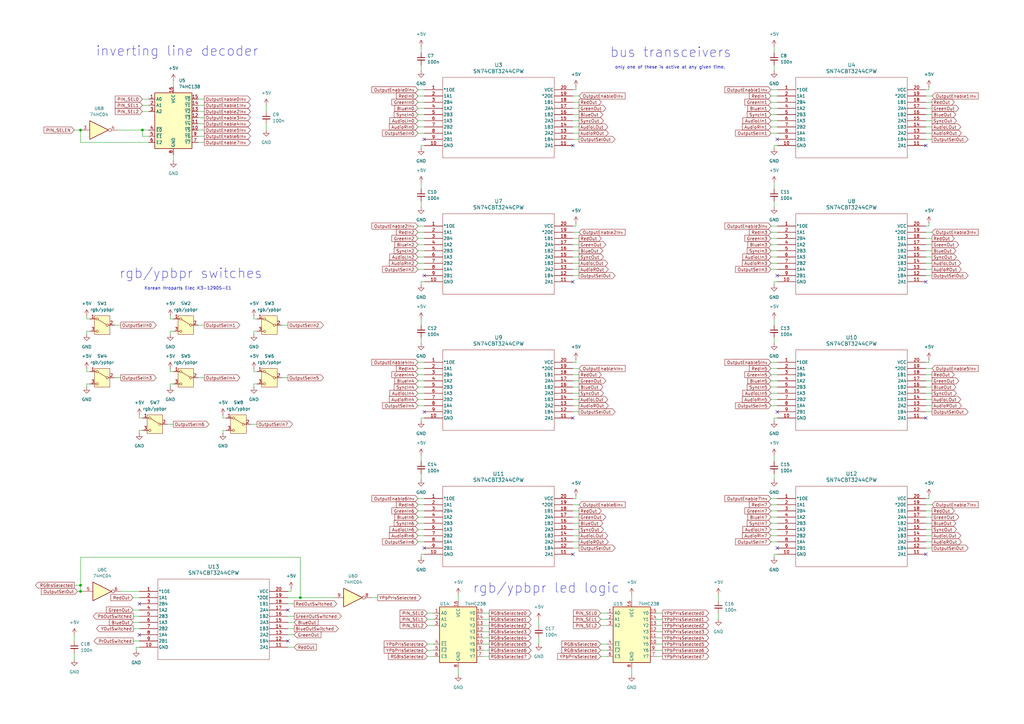
<source format=kicad_sch>
(kicad_sch (version 20231120) (generator "eeschema") (generator_version "8.0")
  (paper "A3")
  (title_block (title "MO-011 rgb switcher (main board)") (date "2025-01-21") (rev "v0.2"))
  (junction (at 33.02 242.57))
  (junction (at 123.19 245.11))
  (junction (at 33.02 53.34))
  (junction (at 58.42 53.34))
  (junction (at 33.02 240.03))
  (no_connect (at 118.11 250.19))
  (no_connect (at 318.77 224.79))
  (no_connect (at 318.77 57.15))
  (no_connect (at 234.95 59.69))
  (no_connect (at 379.73 227.33))
  (no_connect (at 173.99 113.03))
  (no_connect (at 379.73 115.57))
  (no_connect (at 234.95 171.45))
  (no_connect (at 57.15 260.35))
  (no_connect (at 234.95 115.57))
  (no_connect (at 173.99 57.15))
  (no_connect (at 379.73 59.69))
  (no_connect (at 379.73 171.45))
  (no_connect (at 318.77 168.91))
  (no_connect (at 118.11 262.89))
  (no_connect (at 318.77 113.03))
  (no_connect (at 57.15 247.65))
  (no_connect (at 234.95 227.33))
  (no_connect (at 173.99 224.79))
  (no_connect (at 173.99 168.91))
  (wire (pts (xy 71.12 135.89) (xy 69.85 135.89)))
  (wire (pts (xy 120.65 260.35) (xy 118.11 260.35)))
  (wire (pts (xy 379.73 156.21) (xy 382.27 156.21)))
  (wire (pts (xy 30.48 53.34) (xy 33.02 53.34)))
  (wire (pts (xy 118.11 247.65) (xy 120.65 247.65)))
  (wire (pts (xy 382.27 217.17) (xy 379.73 217.17)))
  (wire (pts (xy 316.23 54.61) (xy 318.77 54.61)))
  (wire (pts (xy 81.28 50.8) (xy 83.82 50.8)))
  (wire (pts (xy 316.23 214.63) (xy 318.77 214.63)))
  (wire (pts (xy 379.73 57.15) (xy 382.27 57.15)))
  (wire (pts (xy 316.23 166.37) (xy 318.77 166.37)))
  (wire (pts (xy 379.73 222.25) (xy 382.27 222.25)))
  (wire (pts (xy 316.23 46.99) (xy 318.77 46.99)))
  (wire (pts (xy 236.22 36.83) (xy 236.22 35.56)))
  (wire (pts (xy 71.12 33.02) (xy 71.12 35.56)))
  (wire (pts (xy 379.73 107.95) (xy 382.27 107.95)))
  (wire (pts (xy 57.15 176.53) (xy 57.15 177.8)))
  (wire (pts (xy 234.95 113.03) (xy 237.49 113.03)))
  (wire (pts (xy 171.45 105.41) (xy 173.99 105.41)))
  (wire (pts (xy 316.23 219.71) (xy 318.77 219.71)))
  (wire (pts (xy 104.14 135.89) (xy 104.14 137.16)))
  (wire (pts (xy 234.95 36.83) (xy 236.22 36.83)))
  (wire (pts (xy 57.15 265.43) (xy 55.88 265.43)))
  (wire (pts (xy 379.73 54.61) (xy 382.27 54.61)))
  (wire (pts (xy 316.23 212.09) (xy 318.77 212.09)))
  (wire (pts (xy 198.12 264.16) (xy 200.66 264.16)))
  (wire (pts (xy 316.23 217.17) (xy 318.77 217.17)))
  (wire (pts (xy 317.5 194.31) (xy 317.5 196.85)))
  (wire (pts (xy 237.49 214.63) (xy 234.95 214.63)))
  (wire (pts (xy 237.49 158.75) (xy 234.95 158.75)))
  (wire (pts (xy 173.99 171.45) (xy 172.72 171.45)))
  (wire (pts (xy 171.45 41.91) (xy 173.99 41.91)))
  (wire (pts (xy 104.14 157.48) (xy 104.14 158.75)))
  (wire (pts (xy 246.38 264.16) (xy 248.92 264.16)))
  (wire (pts (xy 379.73 153.67) (xy 382.27 153.67)))
  (wire (pts (xy 172.72 186.69) (xy 172.72 189.23)))
  (wire (pts (xy 36.83 130.81) (xy 35.56 130.81)))
  (wire (pts (xy 58.42 43.18) (xy 60.96 43.18)))
  (wire (pts (xy 173.99 36.83) (xy 171.45 36.83)))
  (wire (pts (xy 187.96 274.32) (xy 187.96 276.86)))
  (wire (pts (xy 318.77 227.33) (xy 317.5 227.33)))
  (wire (pts (xy 269.24 254) (xy 271.78 254)))
  (wire (pts (xy 318.77 115.57) (xy 317.5 115.57)))
  (wire (pts (xy 234.95 110.49) (xy 237.49 110.49)))
  (wire (pts (xy 234.95 44.45) (xy 237.49 44.45)))
  (wire (pts (xy 118.11 252.73) (xy 120.65 252.73)))
  (wire (pts (xy 317.5 19.05) (xy 317.5 21.59)))
  (wire (pts (xy 36.83 157.48) (xy 35.56 157.48)))
  (wire (pts (xy 57.15 262.89) (xy 54.61 262.89)))
  (wire (pts (xy 234.95 54.61) (xy 237.49 54.61)))
  (wire (pts (xy 382.27 214.63) (xy 379.73 214.63)))
  (wire (pts (xy 379.73 151.13) (xy 382.27 151.13)))
  (wire (pts (xy 246.38 251.46) (xy 248.92 251.46)))
  (wire (pts (xy 234.95 166.37) (xy 237.49 166.37)))
  (wire (pts (xy 379.73 92.71) (xy 381 92.71)))
  (wire (pts (xy 381 36.83) (xy 381 35.56)))
  (wire (pts (xy 237.49 49.53) (xy 234.95 49.53)))
  (wire (pts (xy 234.95 163.83) (xy 237.49 163.83)))
  (wire (pts (xy 91.44 176.53) (xy 91.44 177.8)))
  (wire (pts (xy 317.5 59.69) (xy 317.5 60.96)))
  (wire (pts (xy 379.73 95.25) (xy 382.27 95.25)))
  (wire (pts (xy 172.72 194.31) (xy 172.72 196.85)))
  (wire (pts (xy 234.95 57.15) (xy 237.49 57.15)))
  (wire (pts (xy 382.27 105.41) (xy 379.73 105.41)))
  (wire (pts (xy 109.22 50.8) (xy 109.22 53.34)))
  (wire (pts (xy 171.45 212.09) (xy 173.99 212.09)))
  (wire (pts (xy 234.95 107.95) (xy 237.49 107.95)))
  (wire (pts (xy 318.77 148.59) (xy 316.23 148.59)))
  (wire (pts (xy 317.5 138.43) (xy 317.5 140.97)))
  (wire (pts (xy 31.75 242.57) (xy 33.02 242.57)))
  (wire (pts (xy 171.45 163.83) (xy 173.99 163.83)))
  (wire (pts (xy 318.77 92.71) (xy 316.23 92.71)))
  (wire (pts (xy 318.77 171.45) (xy 317.5 171.45)))
  (wire (pts (xy 234.95 97.79) (xy 237.49 97.79)))
  (wire (pts (xy 220.98 261.62) (xy 220.98 264.16)))
  (wire (pts (xy 49.53 242.57) (xy 57.15 242.57)))
  (wire (pts (xy 316.23 110.49) (xy 318.77 110.49)))
  (wire (pts (xy 187.96 243.84) (xy 187.96 246.38)))
  (wire (pts (xy 317.5 82.55) (xy 317.5 85.09)))
  (wire (pts (xy 54.61 250.19) (xy 57.15 250.19)))
  (wire (pts (xy 269.24 251.46) (xy 271.78 251.46)))
  (wire (pts (xy 81.28 48.26) (xy 83.82 48.26)))
  (wire (pts (xy 171.45 52.07) (xy 173.99 52.07)))
  (wire (pts (xy 33.02 58.42) (xy 33.02 53.34)))
  (wire (pts (xy 171.45 44.45) (xy 173.99 44.45)))
  (wire (pts (xy 234.95 224.79) (xy 237.49 224.79)))
  (wire (pts (xy 58.42 176.53) (xy 57.15 176.53)))
  (wire (pts (xy 198.12 259.08) (xy 200.66 259.08)))
  (wire (pts (xy 382.27 158.75) (xy 379.73 158.75)))
  (wire (pts (xy 318.77 36.83) (xy 316.23 36.83)))
  (wire (pts (xy 317.5 74.93) (xy 317.5 77.47)))
  (wire (pts (xy 379.73 168.91) (xy 382.27 168.91)))
  (wire (pts (xy 379.73 204.47) (xy 381 204.47)))
  (wire (pts (xy 81.28 133.35) (xy 83.82 133.35)))
  (wire (pts (xy 234.95 100.33) (xy 237.49 100.33)))
  (wire (pts (xy 55.88 265.43) (xy 55.88 266.7)))
  (wire (pts (xy 237.49 217.17) (xy 234.95 217.17)))
  (wire (pts (xy 379.73 219.71) (xy 382.27 219.71)))
  (wire (pts (xy 379.73 163.83) (xy 382.27 163.83)))
  (wire (pts (xy 234.95 204.47) (xy 236.22 204.47)))
  (wire (pts (xy 104.14 152.4) (xy 104.14 151.13)))
  (wire (pts (xy 48.26 53.34) (xy 58.42 53.34)))
  (wire (pts (xy 381 148.59) (xy 381 147.32)))
  (wire (pts (xy 234.95 222.25) (xy 237.49 222.25)))
  (wire (pts (xy 152.4 245.11) (xy 154.94 245.11)))
  (wire (pts (xy 317.5 186.69) (xy 317.5 189.23)))
  (wire (pts (xy 171.45 217.17) (xy 173.99 217.17)))
  (wire (pts (xy 234.95 168.91) (xy 237.49 168.91)))
  (wire (pts (xy 115.57 154.94) (xy 118.11 154.94)))
  (wire (pts (xy 379.73 166.37) (xy 382.27 166.37)))
  (wire (pts (xy 123.19 245.11) (xy 123.19 228.6)))
  (wire (pts (xy 269.24 269.24) (xy 271.78 269.24)))
  (wire (pts (xy 198.12 269.24) (xy 200.66 269.24)))
  (wire (pts (xy 119.38 242.57) (xy 119.38 241.3)))
  (wire (pts (xy 317.5 227.33) (xy 317.5 228.6)))
  (wire (pts (xy 68.58 173.99) (xy 71.12 173.99)))
  (wire (pts (xy 36.83 152.4) (xy 35.56 152.4)))
  (wire (pts (xy 316.23 100.33) (xy 318.77 100.33)))
  (wire (pts (xy 381 92.71) (xy 381 91.44)))
  (wire (pts (xy 379.73 36.83) (xy 381 36.83)))
  (wire (pts (xy 318.77 59.69) (xy 317.5 59.69)))
  (wire (pts (xy 294.64 251.46) (xy 294.64 254)))
  (wire (pts (xy 379.73 212.09) (xy 382.27 212.09)))
  (wire (pts (xy 175.26 264.16) (xy 177.8 264.16)))
  (wire (pts (xy 234.95 151.13) (xy 237.49 151.13)))
  (wire (pts (xy 246.38 266.7) (xy 248.92 266.7)))
  (wire (pts (xy 234.95 41.91) (xy 237.49 41.91)))
  (wire (pts (xy 60.96 55.88) (xy 58.42 55.88)))
  (wire (pts (xy 171.45 49.53) (xy 173.99 49.53)))
  (wire (pts (xy 30.48 260.35) (xy 30.48 262.89)))
  (wire (pts (xy 120.65 255.27) (xy 118.11 255.27)))
  (wire (pts (xy 294.64 243.84) (xy 294.64 246.38)))
  (wire (pts (xy 316.23 222.25) (xy 318.77 222.25)))
  (wire (pts (xy 46.99 154.94) (xy 49.53 154.94)))
  (wire (pts (xy 172.72 82.55) (xy 172.72 85.09)))
  (wire (pts (xy 173.99 92.71) (xy 171.45 92.71)))
  (wire (pts (xy 71.12 130.81) (xy 69.85 130.81)))
  (wire (pts (xy 234.95 209.55) (xy 237.49 209.55)))
  (wire (pts (xy 171.45 107.95) (xy 173.99 107.95)))
  (wire (pts (xy 71.12 63.5) (xy 71.12 66.04)))
  (wire (pts (xy 234.95 39.37) (xy 237.49 39.37)))
  (wire (pts (xy 316.23 107.95) (xy 318.77 107.95)))
  (wire (pts (xy 30.48 267.97) (xy 30.48 270.51)))
  (wire (pts (xy 237.49 102.87) (xy 234.95 102.87)))
  (wire (pts (xy 234.95 52.07) (xy 237.49 52.07)))
  (wire (pts (xy 171.45 153.67) (xy 173.99 153.67)))
  (wire (pts (xy 57.15 252.73) (xy 54.61 252.73)))
  (wire (pts (xy 220.98 254) (xy 220.98 256.54)))
  (wire (pts (xy 269.24 259.08) (xy 271.78 259.08)))
  (wire (pts (xy 81.28 53.34) (xy 83.82 53.34)))
  (wire (pts (xy 198.12 261.62) (xy 200.66 261.62)))
  (wire (pts (xy 198.12 251.46) (xy 200.66 251.46)))
  (wire (pts (xy 175.26 254) (xy 177.8 254)))
  (wire (pts (xy 105.41 152.4) (xy 104.14 152.4)))
  (wire (pts (xy 105.41 130.81) (xy 104.14 130.81)))
  (wire (pts (xy 316.23 39.37) (xy 318.77 39.37)))
  (wire (pts (xy 171.45 110.49) (xy 173.99 110.49)))
  (wire (pts (xy 381 204.47) (xy 381 203.2)))
  (wire (pts (xy 57.15 257.81) (xy 54.61 257.81)))
  (wire (pts (xy 118.11 257.81) (xy 120.65 257.81)))
  (wire (pts (xy 105.41 157.48) (xy 104.14 157.48)))
  (wire (pts (xy 316.23 163.83) (xy 318.77 163.83)))
  (wire (pts (xy 60.96 58.42) (xy 33.02 58.42)))
  (wire (pts (xy 102.87 173.99) (xy 105.41 173.99)))
  (wire (pts (xy 316.23 161.29) (xy 318.77 161.29)))
  (wire (pts (xy 71.12 157.48) (xy 69.85 157.48)))
  (wire (pts (xy 172.72 171.45) (xy 172.72 172.72)))
  (wire (pts (xy 171.45 100.33) (xy 173.99 100.33)))
  (wire (pts (xy 171.45 156.21) (xy 173.99 156.21)))
  (wire (pts (xy 269.24 266.7) (xy 271.78 266.7)))
  (wire (pts (xy 172.72 59.69) (xy 172.72 60.96)))
  (wire (pts (xy 92.71 171.45) (xy 91.44 171.45)))
  (wire (pts (xy 379.73 113.03) (xy 382.27 113.03)))
  (wire (pts (xy 236.22 92.71) (xy 236.22 91.44)))
  (wire (pts (xy 234.95 156.21) (xy 237.49 156.21)))
  (wire (pts (xy 118.11 242.57) (xy 119.38 242.57)))
  (wire (pts (xy 171.45 95.25) (xy 173.99 95.25)))
  (wire (pts (xy 175.26 266.7) (xy 177.8 266.7)))
  (wire (pts (xy 198.12 266.7) (xy 200.66 266.7)))
  (wire (pts (xy 173.99 204.47) (xy 171.45 204.47)))
  (wire (pts (xy 379.73 110.49) (xy 382.27 110.49)))
  (wire (pts (xy 234.95 153.67) (xy 237.49 153.67)))
  (wire (pts (xy 172.72 227.33) (xy 172.72 228.6)))
  (wire (pts (xy 234.95 212.09) (xy 237.49 212.09)))
  (wire (pts (xy 69.85 157.48) (xy 69.85 158.75)))
  (wire (pts (xy 35.56 152.4) (xy 35.56 151.13)))
  (wire (pts (xy 58.42 53.34) (xy 60.96 53.34)))
  (wire (pts (xy 382.27 161.29) (xy 379.73 161.29)))
  (wire (pts (xy 58.42 45.72) (xy 60.96 45.72)))
  (wire (pts (xy 382.27 49.53) (xy 379.73 49.53)))
  (wire (pts (xy 69.85 135.89) (xy 69.85 137.16)))
  (wire (pts (xy 171.45 158.75) (xy 173.99 158.75)))
  (wire (pts (xy 81.28 55.88) (xy 83.82 55.88)))
  (wire (pts (xy 379.73 52.07) (xy 382.27 52.07)))
  (wire (pts (xy 175.26 251.46) (xy 177.8 251.46)))
  (wire (pts (xy 173.99 59.69) (xy 172.72 59.69)))
  (wire (pts (xy 171.45 219.71) (xy 173.99 219.71)))
  (wire (pts (xy 81.28 43.18) (xy 83.82 43.18)))
  (wire (pts (xy 175.26 269.24) (xy 177.8 269.24)))
  (wire (pts (xy 317.5 171.45) (xy 317.5 172.72)))
  (wire (pts (xy 33.02 242.57) (xy 34.29 242.57)))
  (wire (pts (xy 172.72 74.93) (xy 172.72 77.47)))
  (wire (pts (xy 269.24 261.62) (xy 271.78 261.62)))
  (wire (pts (xy 236.22 204.47) (xy 236.22 203.2)))
  (wire (pts (xy 120.65 265.43) (xy 118.11 265.43)))
  (wire (pts (xy 104.14 130.81) (xy 104.14 129.54)))
  (wire (pts (xy 105.41 135.89) (xy 104.14 135.89)))
  (wire (pts (xy 58.42 171.45) (xy 57.15 171.45)))
  (wire (pts (xy 317.5 115.57) (xy 317.5 116.84)))
  (wire (pts (xy 171.45 39.37) (xy 173.99 39.37)))
  (wire (pts (xy 237.49 161.29) (xy 234.95 161.29)))
  (wire (pts (xy 316.23 95.25) (xy 318.77 95.25)))
  (wire (pts (xy 379.73 39.37) (xy 382.27 39.37)))
  (wire (pts (xy 171.45 46.99) (xy 173.99 46.99)))
  (wire (pts (xy 118.11 245.11) (xy 123.19 245.11)))
  (wire (pts (xy 81.28 154.94) (xy 83.82 154.94)))
  (wire (pts (xy 172.72 115.57) (xy 172.72 116.84)))
  (wire (pts (xy 171.45 209.55) (xy 173.99 209.55)))
  (wire (pts (xy 246.38 254) (xy 248.92 254)))
  (wire (pts (xy 171.45 222.25) (xy 173.99 222.25)))
  (wire (pts (xy 109.22 43.18) (xy 109.22 45.72)))
  (wire (pts (xy 171.45 54.61) (xy 173.99 54.61)))
  (wire (pts (xy 316.23 102.87) (xy 318.77 102.87)))
  (wire (pts (xy 379.73 209.55) (xy 382.27 209.55)))
  (wire (pts (xy 379.73 207.01) (xy 382.27 207.01)))
  (wire (pts (xy 58.42 40.64) (xy 60.96 40.64)))
  (wire (pts (xy 317.5 26.67) (xy 317.5 29.21)))
  (wire (pts (xy 35.56 157.48) (xy 35.56 158.75)))
  (wire (pts (xy 316.23 41.91) (xy 318.77 41.91)))
  (wire (pts (xy 318.77 204.47) (xy 316.23 204.47)))
  (wire (pts (xy 316.23 52.07) (xy 318.77 52.07)))
  (wire (pts (xy 115.57 133.35) (xy 118.11 133.35)))
  (wire (pts (xy 171.45 166.37) (xy 173.99 166.37)))
  (wire (pts (xy 171.45 161.29) (xy 173.99 161.29)))
  (wire (pts (xy 58.42 55.88) (xy 58.42 53.34)))
  (wire (pts (xy 198.12 256.54) (xy 200.66 256.54)))
  (wire (pts (xy 92.71 176.53) (xy 91.44 176.53)))
  (wire (pts (xy 379.73 97.79) (xy 382.27 97.79)))
  (wire (pts (xy 316.23 156.21) (xy 318.77 156.21)))
  (wire (pts (xy 36.83 135.89) (xy 35.56 135.89)))
  (wire (pts (xy 33.02 228.6) (xy 33.02 240.03)))
  (wire (pts (xy 316.23 44.45) (xy 318.77 44.45)))
  (wire (pts (xy 35.56 135.89) (xy 35.56 137.16)))
  (wire (pts (xy 316.23 153.67) (xy 318.77 153.67)))
  (wire (pts (xy 171.45 214.63) (xy 173.99 214.63)))
  (wire (pts (xy 259.08 243.84) (xy 259.08 246.38)))
  (wire (pts (xy 71.12 152.4) (xy 69.85 152.4)))
  (wire (pts (xy 33.02 240.03) (xy 33.02 242.57)))
  (wire (pts (xy 173.99 227.33) (xy 172.72 227.33)))
  (wire (pts (xy 172.72 138.43) (xy 172.72 140.97)))
  (wire (pts (xy 57.15 171.45) (xy 57.15 170.18)))
  (wire (pts (xy 69.85 130.81) (xy 69.85 129.54)))
  (wire (pts (xy 259.08 274.32) (xy 259.08 276.86)))
  (wire (pts (xy 234.95 207.01) (xy 237.49 207.01)))
  (wire (pts (xy 171.45 102.87) (xy 173.99 102.87)))
  (wire (pts (xy 69.85 152.4) (xy 69.85 151.13)))
  (wire (pts (xy 171.45 151.13) (xy 173.99 151.13)))
  (wire (pts (xy 172.72 130.81) (xy 172.72 133.35)))
  (wire (pts (xy 91.44 171.45) (xy 91.44 170.18)))
  (wire (pts (xy 316.23 49.53) (xy 318.77 49.53)))
  (wire (pts (xy 234.95 219.71) (xy 237.49 219.71)))
  (wire (pts (xy 234.95 148.59) (xy 236.22 148.59)))
  (wire (pts (xy 379.73 100.33) (xy 382.27 100.33)))
  (wire (pts (xy 379.73 44.45) (xy 382.27 44.45)))
  (wire (pts (xy 316.23 207.01) (xy 318.77 207.01)))
  (wire (pts (xy 172.72 26.67) (xy 172.72 29.21)))
  (wire (pts (xy 316.23 209.55) (xy 318.77 209.55)))
  (wire (pts (xy 316.23 105.41) (xy 318.77 105.41)))
  (wire (pts (xy 246.38 269.24) (xy 248.92 269.24)))
  (wire (pts (xy 234.95 92.71) (xy 236.22 92.71)))
  (wire (pts (xy 173.99 115.57) (xy 172.72 115.57)))
  (wire (pts (xy 46.99 133.35) (xy 49.53 133.35)))
  (wire (pts (xy 237.49 105.41) (xy 234.95 105.41)))
  (wire (pts (xy 81.28 40.64) (xy 83.82 40.64)))
  (wire (pts (xy 81.28 58.42) (xy 83.82 58.42)))
  (wire (pts (xy 198.12 254) (xy 200.66 254)))
  (wire (pts (xy 269.24 256.54) (xy 271.78 256.54)))
  (wire (pts (xy 316.23 97.79) (xy 318.77 97.79)))
  (wire (pts (xy 123.19 228.6) (xy 33.02 228.6)))
  (wire (pts (xy 379.73 148.59) (xy 381 148.59)))
  (wire (pts (xy 269.24 264.16) (xy 271.78 264.16)))
  (wire (pts (xy 172.72 19.05) (xy 172.72 21.59)))
  (wire (pts (xy 237.49 46.99) (xy 234.95 46.99)))
  (wire (pts (xy 54.61 255.27) (xy 57.15 255.27)))
  (wire (pts (xy 81.28 45.72) (xy 83.82 45.72)))
  (wire (pts (xy 382.27 102.87) (xy 379.73 102.87)))
  (wire (pts (xy 35.56 130.81) (xy 35.56 129.54)))
  (wire (pts (xy 382.27 46.99) (xy 379.73 46.99)))
  (wire (pts (xy 234.95 95.25) (xy 237.49 95.25)))
  (wire (pts (xy 246.38 256.54) (xy 248.92 256.54)))
  (wire (pts (xy 317.5 130.81) (xy 317.5 133.35)))
  (wire (pts (xy 379.73 41.91) (xy 382.27 41.91)))
  (wire (pts (xy 171.45 207.01) (xy 173.99 207.01)))
  (wire (pts (xy 171.45 97.79) (xy 173.99 97.79)))
  (wire (pts (xy 379.73 224.79) (xy 382.27 224.79)))
  (wire (pts (xy 316.23 151.13) (xy 318.77 151.13)))
  (wire (pts (xy 30.48 240.03) (xy 33.02 240.03)))
  (wire (pts (xy 54.61 245.11) (xy 57.15 245.11)))
  (wire (pts (xy 236.22 148.59) (xy 236.22 147.32)))
  (wire (pts (xy 316.23 158.75) (xy 318.77 158.75)))
  (wire (pts (xy 173.99 148.59) (xy 171.45 148.59)))
  (wire (pts (xy 123.19 245.11) (xy 137.16 245.11)))
  (wire (pts (xy 175.26 256.54) (xy 177.8 256.54)))
  (text "inverting line decoder" (at 72.644 21.082 0) (effects (font (size 4 4))))
  (text "rgb/ypbpr led logic" (at 224.028 241.3 0) (effects (font (size 4 4))))
  (text "bus transceivers" (at 275.082 21.59 0) (effects (font (size 4 4))))
  (text "Korean Hroparts Elec K3-1290S-E1" (at 59.182 118.364 0) (effects (font (size 1.27 1.27)) (justify left)))
  (text "rgb/ypbpr switches" (at 78.232 112.268 0) (effects (font (size 4 4))))
  (text "only one of these is active at any given time." (at 252.222 27.686 0) (effects (font (size 1.27 1.27)) (justify left)))
  (global_label "SyncIn7" (shape input) (at 316.23 214.63 180) (property "Intersheetrefs" "${INTERSHEET_REFS}" (effects (hide yes))))
  (global_label "PrOutSwitched" (shape output) (at 54.61 262.89 180) (property "Intersheetrefs" "${INTERSHEET_REFS}" (effects (hide yes))))
  (global_label "PIN_SEL1" (shape input) (at 175.26 254 180) (property "Intersheetrefs" "${INTERSHEET_REFS}" (effects (hide yes))))
  (global_label "AudioRIn6" (shape input) (at 171.45 219.71 180) (property "Intersheetrefs" "${INTERSHEET_REFS}" (effects (hide yes))))
  (global_label "PIN_SEL2" (shape input) (at 175.26 256.54 180) (property "Intersheetrefs" "${INTERSHEET_REFS}" (effects (hide yes))))
  (global_label "RedIn2" (shape input) (at 171.45 95.25 180) (property "Intersheetrefs" "${INTERSHEET_REFS}" (effects (hide yes))))
  (global_label "YPbPrIsSelected6" (shape output) (at 271.78 266.7 0) (property "Intersheetrefs" "${INTERSHEET_REFS}" (effects (hide yes))))
  (global_label "AudioLIn4" (shape input) (at 171.45 161.29 180) (property "Intersheetrefs" "${INTERSHEET_REFS}" (effects (hide yes))))
  (global_label "RedIn0" (shape input) (at 171.45 39.37 180) (property "Intersheetrefs" "${INTERSHEET_REFS}" (effects (hide yes))))
  (global_label "AudioLOut" (shape output) (at 382.27 107.95 0) (property "Intersheetrefs" "${INTERSHEET_REFS}" (effects (hide yes))))
  (global_label "AudioLIn7" (shape input) (at 316.23 217.17 180) (property "Intersheetrefs" "${INTERSHEET_REFS}" (effects (hide yes))))
  (global_label "YPbPrIsSelected3" (shape output) (at 271.78 259.08 0) (property "Intersheetrefs" "${INTERSHEET_REFS}" (effects (hide yes))))
  (global_label "OutputSelIn6" (shape output) (at 71.12 173.99 0) (property "Intersheetrefs" "${INTERSHEET_REFS}" (effects (hide yes))))
  (global_label "RedIn3" (shape input) (at 316.23 95.25 180) (property "Intersheetrefs" "${INTERSHEET_REFS}" (effects (hide yes))))
  (global_label "OutputEnable3Inv" (shape input) (at 316.23 92.71 180) (property "Intersheetrefs" "${INTERSHEET_REFS}" (effects (hide yes))))
  (global_label "SyncIn3" (shape input) (at 316.23 102.87 180) (property "Intersheetrefs" "${INTERSHEET_REFS}" (effects (hide yes))))
  (global_label "BlueIn0" (shape input) (at 171.45 44.45 180) (property "Intersheetrefs" "${INTERSHEET_REFS}" (effects (hide yes))))
  (global_label "RGBIsSelected" (shape input) (at 175.26 269.24 180) (property "Intersheetrefs" "${INTERSHEET_REFS}" (effects (hide yes))))
  (global_label "RGBIsSelected" (shape input) (at 246.38 264.16 180) (property "Intersheetrefs" "${INTERSHEET_REFS}" (effects (hide yes))))
  (global_label "AudioRIn7" (shape input) (at 316.23 219.71 180) (property "Intersheetrefs" "${INTERSHEET_REFS}" (effects (hide yes))))
  (global_label "BlueOut" (shape input) (at 54.61 255.27 180) (property "Intersheetrefs" "${INTERSHEET_REFS}" (effects (hide yes))))
  (global_label "AudioLOut" (shape output) (at 382.27 219.71 0) (property "Intersheetrefs" "${INTERSHEET_REFS}" (effects (hide yes))))
  (global_label "OutputEnable6Inv" (shape input) (at 237.49 207.01 0) (property "Intersheetrefs" "${INTERSHEET_REFS}" (effects (hide yes))))
  (global_label "RGBIsSelected7" (shape output) (at 200.66 269.24 0) (property "Intersheetrefs" "${INTERSHEET_REFS}" (effects (hide yes))))
  (global_label "PIN_SEL1" (shape input) (at 58.42 43.18 180) (property "Intersheetrefs" "${INTERSHEET_REFS}" (effects (hide yes))))
  (global_label "OutputSelIn1" (shape output) (at 83.82 133.35 0) (property "Intersheetrefs" "${INTERSHEET_REFS}" (effects (hide yes))))
  (global_label "PIN_SEL1" (shape input) (at 246.38 254 180) (property "Intersheetrefs" "${INTERSHEET_REFS}" (effects (hide yes))))
  (global_label "BlueIn6" (shape input) (at 171.45 212.09 180) (property "Intersheetrefs" "${INTERSHEET_REFS}" (effects (hide yes))))
  (global_label "OutputSelIn5" (shape output) (at 118.11 154.94 0) (property "Intersheetrefs" "${INTERSHEET_REFS}" (effects (hide yes))))
  (global_label "GreenOut" (shape output) (at 237.49 100.33 0) (property "Intersheetrefs" "${INTERSHEET_REFS}" (effects (hide yes))))
  (global_label "AudioLIn3" (shape input) (at 316.23 105.41 180) (property "Intersheetrefs" "${INTERSHEET_REFS}" (effects (hide yes))))
  (global_label "OutputEnable3Inv" (shape output) (at 83.82 48.26 0) (property "Intersheetrefs" "${INTERSHEET_REFS}" (effects (hide yes))))
  (global_label "RedIn7" (shape input) (at 316.23 207.01 180) (property "Intersheetrefs" "${INTERSHEET_REFS}" (effects (hide yes))))
  (global_label "AudioRIn0" (shape input) (at 171.45 52.07 180) (property "Intersheetrefs" "${INTERSHEET_REFS}" (effects (hide yes))))
  (global_label "RedOut" (shape output) (at 237.49 209.55 0) (property "Intersheetrefs" "${INTERSHEET_REFS}" (effects (hide yes))))
  (global_label "PbOutSwitched" (shape output) (at 54.61 252.73 180) (property "Intersheetrefs" "${INTERSHEET_REFS}" (effects (hide yes))))
  (global_label "RGBIsSelected" (shape input) (at 246.38 266.7 180) (property "Intersheetrefs" "${INTERSHEET_REFS}" (effects (hide yes))))
  (global_label "AudioLIn1" (shape input) (at 316.23 49.53 180) (property "Intersheetrefs" "${INTERSHEET_REFS}" (effects (hide yes))))
  (global_label "SyncIn5" (shape input) (at 316.23 158.75 180) (property "Intersheetrefs" "${INTERSHEET_REFS}" (effects (hide yes))))
  (global_label "OutputSelOut" (shape output) (at 237.49 224.79 0) (property "Intersheetrefs" "${INTERSHEET_REFS}" (effects (hide yes))))
  (global_label "AudioROut" (shape output) (at 382.27 166.37 0) (property "Intersheetrefs" "${INTERSHEET_REFS}" (effects (hide yes))))
  (global_label "OutputEnable5Inv" (shape input) (at 382.27 151.13 0) (property "Intersheetrefs" "${INTERSHEET_REFS}" (effects (hide yes))))
  (global_label "SyncIn6" (shape input) (at 171.45 214.63 180) (property "Intersheetrefs" "${INTERSHEET_REFS}" (effects (hide yes))))
  (global_label "OutputSelIn7" (shape output) (at 105.41 173.99 0) (property "Intersheetrefs" "${INTERSHEET_REFS}" (effects (hide yes))))
  (global_label "OutputSelOut" (shape output) (at 237.49 113.03 0) (property "Intersheetrefs" "${INTERSHEET_REFS}" (effects (hide yes))))
  (global_label "RedIn1" (shape input) (at 316.23 39.37 180) (property "Intersheetrefs" "${INTERSHEET_REFS}" (effects (hide yes))))
  (global_label "RGBIsSelected4" (shape output) (at 200.66 261.62 0) (property "Intersheetrefs" "${INTERSHEET_REFS}" (effects (hide yes))))
  (global_label "SyncIn1" (shape input) (at 316.23 46.99 180) (property "Intersheetrefs" "${INTERSHEET_REFS}" (effects (hide yes))))
  (global_label "OutputEnable1Inv" (shape input) (at 316.23 36.83 180) (property "Intersheetrefs" "${INTERSHEET_REFS}" (effects (hide yes))))
  (global_label "RedOut" (shape output) (at 382.27 41.91 0) (property "Intersheetrefs" "${INTERSHEET_REFS}" (effects (hide yes))))
  (global_label "AudioROut" (shape output) (at 237.49 54.61 0) (property "Intersheetrefs" "${INTERSHEET_REFS}" (effects (hide yes))))
  (global_label "AudioRIn5" (shape input) (at 316.23 163.83 180) (property "Intersheetrefs" "${INTERSHEET_REFS}" (effects (hide yes))))
  (global_label "GreenOutSwitched" (shape output) (at 120.65 252.73 0) (property "Intersheetrefs" "${INTERSHEET_REFS}" (effects (hide yes))))
  (global_label "OutputEnable7Inv" (shape input) (at 382.27 207.01 0) (property "Intersheetrefs" "${INTERSHEET_REFS}" (effects (hide yes))))
  (global_label "GreenIn5" (shape input) (at 316.23 153.67 180) (property "Intersheetrefs" "${INTERSHEET_REFS}" (effects (hide yes))))
  (global_label "GreenIn4" (shape input) (at 171.45 153.67 180) (property "Intersheetrefs" "${INTERSHEET_REFS}" (effects (hide yes))))
  (global_label "GreenOut" (shape input) (at 54.61 250.19 180) (property "Intersheetrefs" "${INTERSHEET_REFS}" (effects (hide yes))))
  (global_label "SyncOut" (shape output) (at 382.27 105.41 0) (property "Intersheetrefs" "${INTERSHEET_REFS}" (effects (hide yes))))
  (global_label "BlueOut" (shape output) (at 382.27 158.75 0) (property "Intersheetrefs" "${INTERSHEET_REFS}" (effects (hide yes))))
  (global_label "OutputEnable0Inv" (shape input) (at 237.49 39.37 0) (property "Intersheetrefs" "${INTERSHEET_REFS}" (effects (hide yes))))
  (global_label "OutputEnable2Inv" (shape input) (at 237.49 95.25 0) (property "Intersheetrefs" "${INTERSHEET_REFS}" (effects (hide yes))))
  (global_label "PIN_SEL2" (shape input) (at 58.42 45.72 180) (property "Intersheetrefs" "${INTERSHEET_REFS}" (effects (hide yes))))
  (global_label "SyncOut" (shape output) (at 237.49 105.41 0) (property "Intersheetrefs" "${INTERSHEET_REFS}" (effects (hide yes))))
  (global_label "YPbPrIsSelected5" (shape output) (at 271.78 264.16 0) (property "Intersheetrefs" "${INTERSHEET_REFS}" (effects (hide yes))))
  (global_label "RedOut" (shape output) (at 382.27 153.67 0) (property "Intersheetrefs" "${INTERSHEET_REFS}" (effects (hide yes))))
  (global_label "RedOutSwitched" (shape output) (at 120.65 247.65 0) (property "Intersheetrefs" "${INTERSHEET_REFS}" (effects (hide yes))))
  (global_label "OutputSelIn2" (shape output) (at 118.11 133.35 0) (property "Intersheetrefs" "${INTERSHEET_REFS}" (effects (hide yes))))
  (global_label "OutputEnable1Inv" (shape input) (at 382.27 39.37 0) (property "Intersheetrefs" "${INTERSHEET_REFS}" (effects (hide yes))))
  (global_label "OutputSelIn1" (shape input) (at 316.23 54.61 180) (property "Intersheetrefs" "${INTERSHEET_REFS}" (effects (hide yes))))
  (global_label "GreenIn1" (shape input) (at 316.23 41.91 180) (property "Intersheetrefs" "${INTERSHEET_REFS}" (effects (hide yes))))
  (global_label "RGBIsSelected6" (shape output) (at 200.66 266.7 0) (property "Intersheetrefs" "${INTERSHEET_REFS}" (effects (hide yes))))
  (global_label "GreenOut" (shape input) (at 120.65 260.35 0) (property "Intersheetrefs" "${INTERSHEET_REFS}" (effects (hide yes))))
  (global_label "OutputEnable4Inv" (shape input) (at 171.45 148.59 180) (property "Intersheetrefs" "${INTERSHEET_REFS}" (effects (hide yes))))
  (global_label "AudioROut" (shape output) (at 382.27 110.49 0) (property "Intersheetrefs" "${INTERSHEET_REFS}" (effects (hide yes))))
  (global_label "AudioLIn5" (shape input) (at 316.23 161.29 180) (property "Intersheetrefs" "${INTERSHEET_REFS}" (effects (hide yes))))
  (global_label "GreenIn7" (shape input) (at 316.23 209.55 180) (property "Intersheetrefs" "${INTERSHEET_REFS}" (effects (hide yes))))
  (global_label "GreenIn6" (shape input) (at 171.45 209.55 180) (property "Intersheetrefs" "${INTERSHEET_REFS}" (effects (hide yes))))
  (global_label "RedOut" (shape output) (at 382.27 97.79 0) (property "Intersheetrefs" "${INTERSHEET_REFS}" (effects (hide yes))))
  (global_label "RedOut" (shape output) (at 382.27 209.55 0) (property "Intersheetrefs" "${INTERSHEET_REFS}" (effects (hide yes))))
  (global_label "OutputSelOut" (shape output) (at 382.27 113.03 0) (property "Intersheetrefs" "${INTERSHEET_REFS}" (effects (hide yes))))
  (global_label "PIN_SEL0" (shape input) (at 58.42 40.64 180) (property "Intersheetrefs" "${INTERSHEET_REFS}" (effects (hide yes))))
  (global_label "OutputEnable5Inv" (shape input) (at 316.23 148.59 180) (property "Intersheetrefs" "${INTERSHEET_REFS}" (effects (hide yes))))
  (global_label "OutputEnable4Inv" (shape input) (at 237.49 151.13 0) (property "Intersheetrefs" "${INTERSHEET_REFS}" (effects (hide yes))))
  (global_label "AudioLOut" (shape output) (at 382.27 163.83 0) (property "Intersheetrefs" "${INTERSHEET_REFS}" (effects (hide yes))))
  (global_label "OutputEnable2Inv" (shape output) (at 83.82 45.72 0) (property "Intersheetrefs" "${INTERSHEET_REFS}" (effects (hide yes))))
  (global_label "OutputEnable4Inv" (shape output) (at 83.82 50.8 0) (property "Intersheetrefs" "${INTERSHEET_REFS}" (effects (hide yes))))
  (global_label "BlueOut" (shape output) (at 382.27 46.99 0) (property "Intersheetrefs" "${INTERSHEET_REFS}" (effects (hide yes))))
  (global_label "BlueOut" (shape output) (at 237.49 46.99 0) (property "Intersheetrefs" "${INTERSHEET_REFS}" (effects (hide yes))))
  (global_label "AudioLIn0" (shape input) (at 171.45 49.53 180) (property "Intersheetrefs" "${INTERSHEET_REFS}" (effects (hide yes))))
  (global_label "GreenOut" (shape output) (at 382.27 156.21 0) (property "Intersheetrefs" "${INTERSHEET_REFS}" (effects (hide yes))))
  (global_label "AudioROut" (shape output) (at 237.49 110.49 0) (property "Intersheetrefs" "${INTERSHEET_REFS}" (effects (hide yes))))
  (global_label "AudioRIn4" (shape input) (at 171.45 163.83 180) (property "Intersheetrefs" "${INTERSHEET_REFS}" (effects (hide yes))))
  (global_label "OutputSelOut" (shape output) (at 382.27 168.91 0) (property "Intersheetrefs" "${INTERSHEET_REFS}" (effects (hide yes))))
  (global_label "BlueOut" (shape input) (at 120.65 255.27 0) (property "Intersheetrefs" "${INTERSHEET_REFS}" (effects (hide yes))))
  (global_label "OutputEnable2Inv" (shape input) (at 171.45 92.71 180) (property "Intersheetrefs" "${INTERSHEET_REFS}" (effects (hide yes))))
  (global_label "OutputEnable7Inv" (shape output) (at 83.82 58.42 0) (property "Intersheetrefs" "${INTERSHEET_REFS}" (effects (hide yes))))
  (global_label "RGBIsSelected3" (shape output) (at 200.66 259.08 0) (property "Intersheetrefs" "${INTERSHEET_REFS}" (effects (hide yes))))
  (global_label "RGBIsSelected5" (shape output) (at 200.66 264.16 0) (property "Intersheetrefs" "${INTERSHEET_REFS}" (effects (hide yes))))
  (global_label "BlueOut" (shape output) (at 237.49 158.75 0) (property "Intersheetrefs" "${INTERSHEET_REFS}" (effects (hide yes))))
  (global_label "SyncIn4" (shape input) (at 171.45 158.75 180) (property "Intersheetrefs" "${INTERSHEET_REFS}" (effects (hide yes))))
  (global_label "SyncOut" (shape output) (at 382.27 161.29 0) (property "Intersheetrefs" "${INTERSHEET_REFS}" (effects (hide yes))))
  (global_label "GreenIn2" (shape input) (at 171.45 97.79 180) (property "Intersheetrefs" "${INTERSHEET_REFS}" (effects (hide yes))))
  (global_label "GreenOut" (shape output) (at 237.49 44.45 0) (property "Intersheetrefs" "${INTERSHEET_REFS}" (effects (hide yes))))
  (global_label "RGBIsSelected2" (shape output) (at 200.66 256.54 0) (property "Intersheetrefs" "${INTERSHEET_REFS}" (effects (hide yes))))
  (global_label "OutputSelIn4" (shape input) (at 171.45 166.37 180) (property "Intersheetrefs" "${INTERSHEET_REFS}" (effects (hide yes))))
  (global_label "SyncIn2" (shape input) (at 171.45 102.87 180) (property "Intersheetrefs" "${INTERSHEET_REFS}" (effects (hide yes))))
  (global_label "RedIn6" (shape input) (at 171.45 207.01 180) (property "Intersheetrefs" "${INTERSHEET_REFS}" (effects (hide yes))))
  (global_label "GreenOut" (shape output) (at 237.49 156.21 0) (property "Intersheetrefs" "${INTERSHEET_REFS}" (effects (hide yes))))
  (global_label "AudioROut" (shape output) (at 382.27 222.25 0) (property "Intersheetrefs" "${INTERSHEET_REFS}" (effects (hide yes))))
  (global_label "OutputEnable3Inv" (shape input) (at 382.27 95.25 0) (property "Intersheetrefs" "${INTERSHEET_REFS}" (effects (hide yes))))
  (global_label "OutputSelIn5" (shape input) (at 316.23 166.37 180) (property "Intersheetrefs" "${INTERSHEET_REFS}" (effects (hide yes))))
  (global_label "AudioRIn3" (shape input) (at 316.23 107.95 180) (property "Intersheetrefs" "${INTERSHEET_REFS}" (effects (hide yes))))
  (global_label "OutputEnable0Inv" (shape output) (at 83.82 40.64 0) (property "Intersheetrefs" "${INTERSHEET_REFS}" (effects (hide yes))))
  (global_label "BlueIn4" (shape input) (at 171.45 156.21 180) (property "Intersheetrefs" "${INTERSHEET_REFS}" (effects (hide yes))))
  (global_label "AudioLOut" (shape output) (at 237.49 107.95 0) (property "Intersheetrefs" "${INTERSHEET_REFS}" (effects (hide yes))))
  (global_label "AudioROut" (shape output) (at 237.49 222.25 0) (property "Intersheetrefs" "${INTERSHEET_REFS}" (effects (hide yes))))
  (global_label "PIN_SEL0" (shape input) (at 175.26 251.46 180) (property "Intersheetrefs" "${INTERSHEET_REFS}" (effects (hide yes))))
  (global_label "BlueOutSwitched" (shape output) (at 120.65 257.81 0) (property "Intersheetrefs" "${INTERSHEET_REFS}" (effects (hide yes))))
  (global_label "OutputEnable7Inv" (shape input) (at 316.23 204.47 180) (property "Intersheetrefs" "${INTERSHEET_REFS}" (effects (hide yes))))
  (global_label "AudioLOut" (shape output) (at 237.49 52.07 0) (property "Intersheetrefs" "${INTERSHEET_REFS}" (effects (hide yes))))
  (global_label "RGBIsSelected" (shape output) (at 30.48 240.03 180) (property "Intersheetrefs" "${INTERSHEET_REFS}" (effects (hide yes))))
  (global_label "YPbPrIsSelected2" (shape output) (at 271.78 256.54 0) (property "Intersheetrefs" "${INTERSHEET_REFS}" (effects (hide yes))))
  (global_label "OutputSelIn7" (shape input) (at 316.23 222.25 180) (property "Intersheetrefs" "${INTERSHEET_REFS}" (effects (hide yes))))
  (global_label "OutputSelIn6" (shape input) (at 171.45 222.25 180) (property "Intersheetrefs" "${INTERSHEET_REFS}" (effects (hide yes))))
  (global_label "YPbPrIsSelected" (shape input) (at 175.26 264.16 180) (property "Intersheetrefs" "${INTERSHEET_REFS}" (effects (hide yes))))
  (global_label "PIN_SEL0" (shape input) (at 246.38 251.46 180) (property "Intersheetrefs" "${INTERSHEET_REFS}" (effects (hide yes))))
  (global_label "GreenIn0" (shape input) (at 171.45 41.91 180) (property "Intersheetrefs" "${INTERSHEET_REFS}" (effects (hide yes))))
  (global_label "RedIn4" (shape input) (at 171.45 151.13 180) (property "Intersheetrefs" "${INTERSHEET_REFS}" (effects (hide yes))))
  (global_label "GreenIn3" (shape input) (at 316.23 97.79 180) (property "Intersheetrefs" "${INTERSHEET_REFS}" (effects (hide yes))))
  (global_label "OutputEnable6Inv" (shape input) (at 171.45 204.47 180) (property "Intersheetrefs" "${INTERSHEET_REFS}" (effects (hide yes))))
  (global_label "OutputSelOut" (shape output) (at 382.27 224.79 0) (property "Intersheetrefs" "${INTERSHEET_REFS}" (effects (hide yes))))
  (global_label "RedOut" (shape output) (at 237.49 153.67 0) (property "Intersheetrefs" "${INTERSHEET_REFS}" (effects (hide yes))))
  (global_label "YPbPrIsSelected0" (shape output) (at 271.78 251.46 0) (property "Intersheetrefs" "${INTERSHEET_REFS}" (effects (hide yes))))
  (global_label "AudioLIn6" (shape input) (at 171.45 217.17 180) (property "Intersheetrefs" "${INTERSHEET_REFS}" (effects (hide yes))))
  (global_label "RedOut" (shape output) (at 237.49 97.79 0) (property "Intersheetrefs" "${INTERSHEET_REFS}" (effects (hide yes))))
  (global_label "AudioLOut" (shape output) (at 237.49 219.71 0) (property "Intersheetrefs" "${INTERSHEET_REFS}" (effects (hide yes))))
  (global_label "AudioLOut" (shape output) (at 382.27 52.07 0) (property "Intersheetrefs" "${INTERSHEET_REFS}" (effects (hide yes))))
  (global_label "BlueOut" (shape output) (at 237.49 102.87 0) (property "Intersheetrefs" "${INTERSHEET_REFS}" (effects (hide yes))))
  (global_label "OutputSelIn4" (shape output) (at 83.82 154.94 0) (property "Intersheetrefs" "${INTERSHEET_REFS}" (effects (hide yes))))
  (global_label "YOutSwitched" (shape output) (at 54.61 257.81 180) (property "Intersheetrefs" "${INTERSHEET_REFS}" (effects (hide yes))))
  (global_label "SyncIn0" (shape input) (at 171.45 46.99 180) (property "Intersheetrefs" "${INTERSHEET_REFS}" (effects (hide yes))))
  (global_label "SyncOut" (shape output) (at 237.49 161.29 0) (property "Intersheetrefs" "${INTERSHEET_REFS}" (effects (hide yes))))
  (global_label "GreenOut" (shape output) (at 382.27 44.45 0) (property "Intersheetrefs" "${INTERSHEET_REFS}" (effects (hide yes))))
  (global_label "SyncOut" (shape output) (at 382.27 49.53 0) (property "Intersheetrefs" "${INTERSHEET_REFS}" (effects (hide yes))))
  (global_label "BlueOut" (shape output) (at 237.49 214.63 0) (property "Intersheetrefs" "${INTERSHEET_REFS}" (effects (hide yes))))
  (global_label "AudioRIn2" (shape input) (at 171.45 107.95 180) (property "Intersheetrefs" "${INTERSHEET_REFS}" (effects (hide yes))))
  (global_label "SyncOut" (shape output) (at 237.49 217.17 0) (property "Intersheetrefs" "${INTERSHEET_REFS}" (effects (hide yes))))
  (global_label "PIN_SEL2" (shape input) (at 246.38 256.54 180) (property "Intersheetrefs" "${INTERSHEET_REFS}" (effects (hide yes))))
  (global_label "OutputSelIn0" (shape output) (at 49.53 133.35 0) (property "Intersheetrefs" "${INTERSHEET_REFS}" (effects (hide yes))))
  (global_label "YPbPrIsSelected4" (shape output) (at 271.78 261.62 0) (property "Intersheetrefs" "${INTERSHEET_REFS}" (effects (hide yes))))
  (global_label "RedOut" (shape input) (at 54.61 245.11 180) (property "Intersheetrefs" "${INTERSHEET_REFS}" (effects (hide yes))))
  (global_label "AudioROut" (shape output) (at 237.49 166.37 0) (property "Intersheetrefs" "${INTERSHEET_REFS}" (effects (hide yes))))
  (global_label "OutputSelIn2" (shape input) (at 171.45 110.49 180) (property "Intersheetrefs" "${INTERSHEET_REFS}" (effects (hide yes))))
  (global_label "OutputEnable5Inv" (shape output) (at 83.82 53.34 0) (property "Intersheetrefs" "${INTERSHEET_REFS}" (effects (hide yes))))
  (global_label "AudioROut" (shape output) (at 382.27 54.61 0) (property "Intersheetrefs" "${INTERSHEET_REFS}" (effects (hide yes))))
  (global_label "GreenOut" (shape output) (at 237.49 212.09 0) (property "Intersheetrefs" "${INTERSHEET_REFS}" (effects (hide yes))))
  (global_label "BlueIn7" (shape input) (at 316.23 212.09 180) (property "Intersheetrefs" "${INTERSHEET_REFS}" (effects (hide yes))))
  (global_label "BlueOut" (shape output) (at 382.27 214.63 0) (property "Intersheetrefs" "${INTERSHEET_REFS}" (effects (hide yes))))
  (global_label "AudioLIn2" (shape input) (at 171.45 105.41 180) (property "Intersheetrefs" "${INTERSHEET_REFS}" (effects (hide yes))))
  (global_label "OutputSelOut" (shape input) (at 31.75 242.57 180) (property "Intersheetrefs" "${INTERSHEET_REFS}" (effects (hide yes))))
  (global_label "SyncOut" (shape output) (at 237.49 49.53 0) (property "Intersheetrefs" "${INTERSHEET_REFS}" (effects (hide yes))))
  (global_label "OutputSelOut" (shape output) (at 237.49 57.15 0) (property "Intersheetrefs" "${INTERSHEET_REFS}" (effects (hide yes))))
  (global_label "GreenOut" (shape output) (at 382.27 100.33 0) (property "Intersheetrefs" "${INTERSHEET_REFS}" (effects (hide yes))))
  (global_label "OutputEnable6Inv" (shape output) (at 83.82 55.88 0) (property "Intersheetrefs" "${INTERSHEET_REFS}" (effects (hide yes))))
  (global_label "BlueIn3" (shape input) (at 316.23 100.33 180) (property "Intersheetrefs" "${INTERSHEET_REFS}" (effects (hide yes))))
  (global_label "BlueIn2" (shape input) (at 171.45 100.33 180) (property "Intersheetrefs" "${INTERSHEET_REFS}" (effects (hide yes))))
  (global_label "BlueIn5" (shape input) (at 316.23 156.21 180) (property "Intersheetrefs" "${INTERSHEET_REFS}" (effects (hide yes))))
  (global_label "OutputSelIn3" (shape input) (at 316.23 110.49 180) (property "Intersheetrefs" "${INTERSHEET_REFS}" (effects (hide yes))))
  (global_label "YPbPrIsSelected1" (shape output) (at 271.78 254 0) (property "Intersheetrefs" "${INTERSHEET_REFS}" (effects (hide yes))))
  (global_label "OutputSelIn3" (shape output) (at 49.53 154.94 0) (property "Intersheetrefs" "${INTERSHEET_REFS}" (effects (hide yes))))
  (global_label "OutputEnable1Inv" (shape output) (at 83.82 43.18 0) (property "Intersheetrefs" "${INTERSHEET_REFS}" (effects (hide yes))))
  (global_label "BlueIn1" (shape input) (at 316.23 44.45 180) (property "Intersheetrefs" "${INTERSHEET_REFS}" (effects (hide yes))))
  (global_label "RedOut" (shape input) (at 120.65 265.43 0) (property "Intersheetrefs" "${INTERSHEET_REFS}" (effects (hide yes))))
  (global_label "SyncOut" (shape output) (at 382.27 217.17 0) (property "Intersheetrefs" "${INTERSHEET_REFS}" (effects (hide yes))))
  (global_label "OutputSelOut" (shape output) (at 237.49 168.91 0) (property "Intersheetrefs" "${INTERSHEET_REFS}" (effects (hide yes))))
  (global_label "YPbPrIsSelected" (shape input) (at 175.26 266.7 180) (property "Intersheetrefs" "${INTERSHEET_REFS}" (effects (hide yes))))
  (global_label "GreenOut" (shape output) (at 382.27 212.09 0) (property "Intersheetrefs" "${INTERSHEET_REFS}" (effects (hide yes))))
  (global_label "PIN_SELEN" (shape input) (at 30.48 53.34 180) (property "Intersheetrefs" "${INTERSHEET_REFS}" (effects (hide yes))))
  (global_label "OutputEnable0Inv" (shape input) (at 171.45 36.83 180) (property "Intersheetrefs" "${INTERSHEET_REFS}" (effects (hide yes))))
  (global_label "AudioLOut" (shape output) (at 237.49 163.83 0) (property "Intersheetrefs" "${INTERSHEET_REFS}" (effects (hide yes))))
  (global_label "RedOut" (shape output) (at 237.49 41.91 0) (property "Intersheetrefs" "${INTERSHEET_REFS}" (effects (hide yes))))
  (global_label "RGBIsSelected1" (shape output) (at 200.66 254 0) (property "Intersheetrefs" "${INTERSHEET_REFS}" (effects (hide yes))))
  (global_label "YPbPrIsSelected" (shape output) (at 154.94 245.11 0) (property "Intersheetrefs" "${INTERSHEET_REFS}" (effects (hide yes))))
  (global_label "OutputSelIn0" (shape input) (at 171.45 54.61 180) (property "Intersheetrefs" "${INTERSHEET_REFS}" (effects (hide yes))))
  (global_label "AudioRIn1" (shape input) (at 316.23 52.07 180) (property "Intersheetrefs" "${INTERSHEET_REFS}" (effects (hide yes))))
  (global_label "RedIn5" (shape input) (at 316.23 151.13 180) (property "Intersheetrefs" "${INTERSHEET_REFS}" (effects (hide yes))))
  (global_label "RGBIsSelected0" (shape output) (at 200.66 251.46 0) (property "Intersheetrefs" "${INTERSHEET_REFS}" (effects (hide yes))))
  (global_label "YPbPrIsSelected7" (shape output) (at 271.78 269.24 0) (property "Intersheetrefs" "${INTERSHEET_REFS}" (effects (hide yes))))
  (global_label "OutputSelOut" (shape output) (at 382.27 57.15 0) (property "Intersheetrefs" "${INTERSHEET_REFS}" (effects (hide yes))))
  (global_label "YPbPrIsSelected" (shape input) (at 246.38 269.24 180) (property "Intersheetrefs" "${INTERSHEET_REFS}" (effects (hide yes))))
  (global_label "BlueOut" (shape output) (at 382.27 102.87 0) (property "Intersheetrefs" "${INTERSHEET_REFS}" (effects (hide yes))))
  (symbol (lib_id "SN74CBT3244CPW:SN74CBT3244CPW") (at 57.15 242.57 0) (unit 1)
    (property "Reference" "U13" (at 87.63 232.41 0) (effects (font (size 1.524 1.524))))
    (property "Value" "SN74CBT3244CPW" (at 87.63 234.95 0) (effects (font (size 1.524 1.524))))
    (property "Footprint" "Package_SO:SOIC-20W_7.5x12.8mm_P1.27mm" (effects (hide yes)))
    (property "Datasheet" "SN74CBT3244CPW" (effects (hide yes)))
  )
  (symbol (lib_id "power:+5V") (at 104.14 129.54 0) (mirror y) (unit 1)
    (property "Reference" "#PWR070" (effects (hide yes)))
    (property "Value" "+5V" (at 104.14 124.46 0))
    (property "Description" "Power symbol creates a global label with name \"+5V\"" (effects (hide yes)))
  )
  (symbol (lib_id "power:GND") (at 109.22 53.34 0) (unit 1)
    (property "Reference" "#PWR050" (effects (hide yes)))
    (property "Value" "GND" (at 109.22 58.42 0))
    (property "Description" "Power symbol creates a global label with name \"GND\" , ground" (effects (hide yes)))
  )
  (symbol (lib_id "Device:C_Small") (at 172.72 191.77 0) (mirror y) (unit 1)
    (property "Reference" "C14" (at 175.26 190.5062 0) (effects (justify right)))
    (property "Value" "100n" (at 175.26 193.0462 0) (effects (justify right)))
    (property "Footprint" "Capacitor_SMD:C_0603_1608Metric" (effects (hide yes)))
    (property "Description" "Unpolarized capacitor, small symbol" (effects (hide yes)))
  )
  (symbol (lib_id "SN74CBT3244CPW:SN74CBT3244CPW") (at 173.99 204.47 0) (unit 1)
    (property "Reference" "U11" (at 204.47 194.31 0) (effects (font (size 1.524 1.524))))
    (property "Value" "SN74CBT3244CPW" (at 204.47 196.85 0) (effects (font (size 1.524 1.524))))
    (property "Footprint" "Package_SO:SOIC-20W_7.5x12.8mm_P1.27mm" (effects (hide yes)))
    (property "Datasheet" "SN74CBT3244CPW" (effects (hide yes)))
  )
  (symbol (lib_id "power:GND") (at 172.72 196.85 0) (unit 1)
    (property "Reference" "#PWR081" (effects (hide yes)))
    (property "Value" "GND" (at 172.72 201.93 0))
    (property "Description" "Power symbol creates a global label with name \"GND\" , ground" (effects (hide yes)))
  )
  (symbol (lib_id "Switch:SW_SPDT") (at 97.79 173.99 0) (mirror y) (unit 1)
    (property "Reference" "SW8" (at 97.79 165.1 0))
    (property "Value" "rgb/ypbpr" (at 97.79 167.64 0))
    (property "Footprint" "Button_Switch_SMD:SW_SPDT_PCM12" (effects (hide yes)))
    (property "Description" "Switch, single pole double throw" (effects (hide yes)))
  )
  (symbol (lib_id "power:GND") (at 317.5 196.85 0) (unit 1)
    (property "Reference" "#PWR082" (effects (hide yes)))
    (property "Value" "GND" (at 317.5 201.93 0))
    (property "Description" "Power symbol creates a global label with name \"GND\" , ground" (effects (hide yes)))
  )
  (symbol (lib_id "power:GND") (at 317.5 172.72 0) (unit 1)
    (property "Reference" "#PWR072" (effects (hide yes)))
    (property "Value" "GND" (at 317.5 177.8 0))
    (property "Description" "Power symbol creates a global label with name \"GND\" , ground" (effects (hide yes)))
  )
  (symbol (lib_id "Device:C_Small") (at 294.64 248.92 0) (mirror y) (unit 1)
    (property "Reference" "C16" (at 297.18 247.6562 0) (effects (justify right)))
    (property "Value" "100n" (at 297.18 250.1962 0) (effects (justify right)))
    (property "Footprint" "Capacitor_SMD:C_0603_1608Metric" (effects (hide yes)))
    (property "Description" "Unpolarized capacitor, small symbol" (effects (hide yes)))
  )
  (symbol (lib_id "power:+5V") (at 71.12 33.02 0) (unit 1)
    (property "Reference" "#PWR046" (effects (hide yes)))
    (property "Value" "+5V" (at 71.12 27.94 0))
    (property "Description" "Power symbol creates a global label with name \"+5V\"" (effects (hide yes)))
  )
  (symbol (lib_id "power:GND") (at 172.72 85.09 0) (unit 1)
    (property "Reference" "#PWR056" (effects (hide yes)))
    (property "Value" "GND" (at 172.72 90.17 0))
    (property "Description" "Power symbol creates a global label with name \"GND\" , ground" (effects (hide yes)))
  )
  (symbol (lib_id "power:+5V") (at 172.72 74.93 0) (unit 1)
    (property "Reference" "#PWR054" (effects (hide yes)))
    (property "Value" "+5V" (at 172.72 69.85 0))
    (property "Description" "Power symbol creates a global label with name \"+5V\"" (effects (hide yes)))
  )
  (symbol (lib_id "74xx:74HC04") (at 41.91 242.57 0) (unit 3)
    (property "Reference" "U6" (at 41.91 233.68 0))
    (property "Value" "74HC04" (at 41.91 236.22 0))
    (property "Footprint" "Package_SO:SOIC-14_3.9x8.7mm_P1.27mm" (effects (hide yes)))
    (property "Datasheet" "https://assets.nexperia.com/documents/data-sheet/74HC_HCT04.pdf" (effects (hide yes)))
    (property "Description" "Hex Inverter" (effects (hide yes)))
  )
  (symbol (lib_id "power:GND") (at 57.15 177.8 0) (mirror y) (unit 1)
    (property "Reference" "#PWR090" (effects (hide yes)))
    (property "Value" "GND" (at 57.15 182.88 0))
    (property "Description" "Power symbol creates a global label with name \"GND\" , ground" (effects (hide yes)))
  )
  (symbol (lib_id "power:+5V") (at 317.5 186.69 0) (unit 1)
    (property "Reference" "#PWR077" (effects (hide yes)))
    (property "Value" "+5V" (at 317.5 181.61 0))
    (property "Description" "Power symbol creates a global label with name \"+5V\"" (effects (hide yes)))
  )
  (symbol (lib_id "power:+5V") (at 220.98 254 0) (unit 1)
    (property "Reference" "#PWR098" (effects (hide yes)))
    (property "Value" "+5V" (at 220.98 248.92 0))
    (property "Description" "Power symbol creates a global label with name \"+5V\"" (effects (hide yes)))
  )
  (symbol (lib_id "power:GND") (at 35.56 137.16 0) (mirror y) (unit 1)
    (property "Reference" "#PWR073" (effects (hide yes)))
    (property "Value" "GND" (at 35.56 142.24 0))
    (property "Description" "Power symbol creates a global label with name \"GND\" , ground" (effects (hide yes)))
  )
  (symbol (lib_id "power:+5V") (at 381 203.2 0) (unit 1)
    (property "Reference" "#PWR087" (effects (hide yes)))
    (property "Value" "+5V" (at 381 198.12 0))
    (property "Description" "Power symbol creates a global label with name \"+5V\"" (effects (hide yes)))
  )
  (symbol (lib_id "power:+5V") (at 236.22 203.2 0) (unit 1)
    (property "Reference" "#PWR086" (effects (hide yes)))
    (property "Value" "+5V" (at 236.22 198.12 0))
    (property "Description" "Power symbol creates a global label with name \"+5V\"" (effects (hide yes)))
  )
  (symbol (lib_id "Switch:SW_SPDT") (at 41.91 133.35 0) (mirror y) (unit 1)
    (property "Reference" "SW1" (at 41.91 124.46 0))
    (property "Value" "rgb/ypbpr" (at 41.91 127 0))
    (property "Footprint" "Button_Switch_SMD:SW_SPDT_PCM12" (effects (hide yes)))
    (property "Description" "Switch, single pole double throw" (effects (hide yes)))
  )
  (symbol (lib_id "power:GND") (at 172.72 29.21 0) (unit 1)
    (property "Reference" "#PWR044" (effects (hide yes)))
    (property "Value" "GND" (at 172.72 34.29 0))
    (property "Description" "Power symbol creates a global label with name \"GND\" , ground" (effects (hide yes)))
  )
  (symbol (lib_id "Device:C_Small") (at 172.72 80.01 0) (mirror y) (unit 1)
    (property "Reference" "C10" (at 175.26 78.7462 0) (effects (justify right)))
    (property "Value" "100n" (at 175.26 81.2862 0) (effects (justify right)))
    (property "Footprint" "Capacitor_SMD:C_0603_1608Metric" (effects (hide yes)))
    (property "Description" "Unpolarized capacitor, small symbol" (effects (hide yes)))
  )
  (symbol (lib_id "power:+5V") (at 259.08 243.84 0) (mirror y) (unit 1)
    (property "Reference" "#PWR096" (effects (hide yes)))
    (property "Value" "+5V" (at 259.08 238.76 0))
    (property "Description" "Power symbol creates a global label with name \"+5V\"" (effects (hide yes)))
  )
  (symbol (lib_id "SN74CBT3244CPW:SN74CBT3244CPW") (at 173.99 148.59 0) (unit 1)
    (property "Reference" "U9" (at 204.47 138.43 0) (effects (font (size 1.524 1.524))))
    (property "Value" "SN74CBT3244CPW" (at 204.47 140.97 0) (effects (font (size 1.524 1.524))))
    (property "Footprint" "Package_SO:SOIC-20W_7.5x12.8mm_P1.27mm" (effects (hide yes)))
    (property "Datasheet" "SN74CBT3244CPW" (effects (hide yes)))
  )
  (symbol (lib_id "power:GND") (at 91.44 177.8 0) (mirror y) (unit 1)
    (property "Reference" "#PWR091" (effects (hide yes)))
    (property "Value" "GND" (at 91.44 182.88 0))
    (property "Description" "Power symbol creates a global label with name \"GND\" , ground" (effects (hide yes)))
  )
  (symbol (lib_id "Switch:SW_SPDT") (at 63.5 173.99 0) (mirror y) (unit 1)
    (property "Reference" "SW7" (at 63.5 165.1 0))
    (property "Value" "rgb/ypbpr" (at 63.5 167.64 0))
    (property "Footprint" "Button_Switch_SMD:SW_SPDT_PCM12" (effects (hide yes)))
    (property "Description" "Switch, single pole double throw" (effects (hide yes)))
  )
  (symbol (lib_id "power:+5V") (at 381 91.44 0) (unit 1)
    (property "Reference" "#PWR059" (effects (hide yes)))
    (property "Value" "+5V" (at 381 86.36 0))
    (property "Description" "Power symbol creates a global label with name \"+5V\"" (effects (hide yes)))
  )
  (symbol (lib_id "Device:C_Small") (at 317.5 24.13 0) (mirror y) (unit 1)
    (property "Reference" "C8" (at 320.04 22.8662 0) (effects (justify right)))
    (property "Value" "100n" (at 320.04 25.4062 0) (effects (justify right)))
    (property "Footprint" "Capacitor_SMD:C_0603_1608Metric" (effects (hide yes)))
    (property "Description" "Unpolarized capacitor, small symbol" (effects (hide yes)))
  )
  (symbol (lib_id "power:GND") (at 172.72 116.84 0) (unit 1)
    (property "Reference" "#PWR060" (effects (hide yes)))
    (property "Value" "GND" (at 172.72 121.92 0))
    (property "Description" "Power symbol creates a global label with name \"GND\" , ground" (effects (hide yes)))
  )
  (symbol (lib_id "Switch:SW_SPDT") (at 110.49 154.94 0) (mirror y) (unit 1)
    (property "Reference" "SW6" (at 110.49 146.05 0))
    (property "Value" "rgb/ypbpr" (at 110.49 148.59 0))
    (property "Footprint" "Button_Switch_SMD:SW_SPDT_PCM12" (effects (hide yes)))
    (property "Description" "Switch, single pole double throw" (effects (hide yes)))
  )
  (symbol (lib_id "power:GND") (at 259.08 276.86 0) (unit 1)
    (property "Reference" "#PWR0105" (effects (hide yes)))
    (property "Value" "GND" (at 259.08 281.94 0))
    (property "Description" "Power symbol creates a global label with name \"GND\" , ground" (effects (hide yes)))
  )
  (symbol (lib_id "power:+5V") (at 172.72 186.69 0) (unit 1)
    (property "Reference" "#PWR076" (effects (hide yes)))
    (property "Value" "+5V" (at 172.72 181.61 0))
    (property "Description" "Power symbol creates a global label with name \"+5V\"" (effects (hide yes)))
  )
  (symbol (lib_id "power:GND") (at 35.56 158.75 0) (mirror y) (unit 1)
    (property "Reference" "#PWR083" (effects (hide yes)))
    (property "Value" "GND" (at 35.56 163.83 0))
    (property "Description" "Power symbol creates a global label with name \"GND\" , ground" (effects (hide yes)))
  )
  (symbol (lib_id "power:GND") (at 172.72 172.72 0) (unit 1)
    (property "Reference" "#PWR071" (effects (hide yes)))
    (property "Value" "GND" (at 172.72 177.8 0))
    (property "Description" "Power symbol creates a global label with name \"GND\" , ground" (effects (hide yes)))
  )
  (symbol (lib_id "power:+5V") (at 109.22 43.18 0) (unit 1)
    (property "Reference" "#PWR049" (effects (hide yes)))
    (property "Value" "+5V" (at 109.22 38.1 0))
    (property "Description" "Power symbol creates a global label with name \"+5V\"" (effects (hide yes)))
  )
  (symbol (lib_id "power:+5V") (at 236.22 91.44 0) (unit 1)
    (property "Reference" "#PWR058" (effects (hide yes)))
    (property "Value" "+5V" (at 236.22 86.36 0))
    (property "Description" "Power symbol creates a global label with name \"+5V\"" (effects (hide yes)))
  )
  (symbol (lib_id "Switch:SW_SPDT") (at 41.91 154.94 0) (mirror y) (unit 1)
    (property "Reference" "SW4" (at 41.91 146.05 0))
    (property "Value" "rgb/ypbpr" (at 41.91 148.59 0))
    (property "Footprint" "Button_Switch_SMD:SW_SPDT_PCM12" (effects (hide yes)))
    (property "Description" "Switch, single pole double throw" (effects (hide yes)))
  )
  (symbol (lib_id "power:GND") (at 220.98 264.16 0) (unit 1)
    (property "Reference" "#PWR0101" (effects (hide yes)))
    (property "Value" "GND" (at 220.98 269.24 0))
    (property "Description" "Power symbol creates a global label with name \"GND\" , ground" (effects (hide yes)))
  )
  (symbol (lib_id "power:GND") (at 172.72 228.6 0) (unit 1)
    (property "Reference" "#PWR092" (effects (hide yes)))
    (property "Value" "GND" (at 172.72 233.68 0))
    (property "Description" "Power symbol creates a global label with name \"GND\" , ground" (effects (hide yes)))
  )
  (symbol (lib_id "74xx:74HC238") (at 259.08 261.62 0) (unit 1)
    (property "Reference" "U15" (at 251.46 247.65 0) (effects (justify left)))
    (property "Value" "74HC238" (at 261.62 247.65 0) (effects (justify left)))
    (property "Footprint" "Package_SO:SOIC-16_3.9x9.9mm_P1.27mm" (effects (hide yes)))
    (property "Datasheet" "https://www.ti.com/lit/ds/symlink/cd74hc238.pdf" (effects (hide yes)))
    (property "Description" "3-to-8 line decoder/multiplexer, DIP-16/SOIC-16/SSOP-16" (effects (hide yes)))
  )
  (symbol (lib_id "Device:C_Small") (at 317.5 191.77 0) (mirror y) (unit 1)
    (property "Reference" "C15" (at 320.04 190.5062 0) (effects (justify right)))
    (property "Value" "100n" (at 320.04 193.0462 0) (effects (justify right)))
    (property "Footprint" "Capacitor_SMD:C_0603_1608Metric" (effects (hide yes)))
    (property "Description" "Unpolarized capacitor, small symbol" (effects (hide yes)))
  )
  (symbol (lib_id "SN74CBT3244CPW:SN74CBT3244CPW") (at 318.77 148.59 0) (unit 1)
    (property "Reference" "U10" (at 349.25 138.43 0) (effects (font (size 1.524 1.524))))
    (property "Value" "SN74CBT3244CPW" (at 349.25 140.97 0) (effects (font (size 1.524 1.524))))
    (property "Footprint" "Package_SO:SOIC-20W_7.5x12.8mm_P1.27mm" (effects (hide yes)))
    (property "Datasheet" "SN74CBT3244CPW" (effects (hide yes)))
  )
  (symbol (lib_id "power:+5V") (at 35.56 129.54 0) (mirror y) (unit 1)
    (property "Reference" "#PWR068" (effects (hide yes)))
    (property "Value" "+5V" (at 35.56 124.46 0))
    (property "Description" "Power symbol creates a global label with name \"+5V\"" (effects (hide yes)))
  )
  (symbol (lib_id "Device:C_Small") (at 220.98 259.08 0) (mirror y) (unit 1)
    (property "Reference" "C17" (at 223.52 257.8162 0) (effects (justify right)))
    (property "Value" "100n" (at 223.52 260.3562 0) (effects (justify right)))
    (property "Footprint" "Capacitor_SMD:C_0603_1608Metric" (effects (hide yes)))
    (property "Description" "Unpolarized capacitor, small symbol" (effects (hide yes)))
  )
  (symbol (lib_id "SN74CBT3244CPW:SN74CBT3244CPW") (at 173.99 92.71 0) (unit 1)
    (property "Reference" "U7" (at 204.47 82.55 0) (effects (font (size 1.524 1.524))))
    (property "Value" "SN74CBT3244CPW" (at 204.47 85.09 0) (effects (font (size 1.524 1.524))))
    (property "Footprint" "Package_SO:SOIC-20W_7.5x12.8mm_P1.27mm" (effects (hide yes)))
    (property "Datasheet" "SN74CBT3244CPW" (effects (hide yes)))
  )
  (symbol (lib_id "power:+5V") (at 236.22 35.56 0) (unit 1)
    (property "Reference" "#PWR047" (effects (hide yes)))
    (property "Value" "+5V" (at 236.22 30.48 0))
    (property "Description" "Power symbol creates a global label with name \"+5V\"" (effects (hide yes)))
  )
  (symbol (lib_id "power:+5V") (at 317.5 19.05 0) (unit 1)
    (property "Reference" "#PWR043" (effects (hide yes)))
    (property "Value" "+5V" (at 317.5 13.97 0))
    (property "Description" "Power symbol creates a global label with name \"+5V\"" (effects (hide yes)))
  )
  (symbol (lib_id "power:GND") (at 317.5 228.6 0) (unit 1)
    (property "Reference" "#PWR093" (effects (hide yes)))
    (property "Value" "GND" (at 317.5 233.68 0))
    (property "Description" "Power symbol creates a global label with name \"GND\" , ground" (effects (hide yes)))
  )
  (symbol (lib_id "power:+5V") (at 35.56 151.13 0) (mirror y) (unit 1)
    (property "Reference" "#PWR078" (effects (hide yes)))
    (property "Value" "+5V" (at 35.56 146.05 0))
    (property "Description" "Power symbol creates a global label with name \"+5V\"" (effects (hide yes)))
  )
  (symbol (lib_id "power:GND") (at 187.96 276.86 0) (unit 1)
    (property "Reference" "#PWR0104" (effects (hide yes)))
    (property "Value" "GND" (at 187.96 281.94 0))
    (property "Description" "Power symbol creates a global label with name \"GND\" , ground" (effects (hide yes)))
  )
  (symbol (lib_id "power:+5V") (at 172.72 130.81 0) (unit 1)
    (property "Reference" "#PWR062" (effects (hide yes)))
    (property "Value" "+5V" (at 172.72 125.73 0))
    (property "Description" "Power symbol creates a global label with name \"+5V\"" (effects (hide yes)))
  )
  (symbol (lib_id "power:+5V") (at 172.72 19.05 0) (unit 1)
    (property "Reference" "#PWR042" (effects (hide yes)))
    (property "Value" "+5V" (at 172.72 13.97 0))
    (property "Description" "Power symbol creates a global label with name \"+5V\"" (effects (hide yes)))
  )
  (symbol (lib_id "Device:C_Small") (at 172.72 24.13 0) (mirror y) (unit 1)
    (property "Reference" "C7" (at 175.26 22.8662 0) (effects (justify right)))
    (property "Value" "100n" (at 175.26 25.4062 0) (effects (justify right)))
    (property "Footprint" "Capacitor_SMD:C_0603_1608Metric" (effects (hide yes)))
    (property "Description" "Unpolarized capacitor, small symbol" (effects (hide yes)))
  )
  (symbol (lib_id "power:GND") (at 317.5 116.84 0) (unit 1)
    (property "Reference" "#PWR061" (effects (hide yes)))
    (property "Value" "GND" (at 317.5 121.92 0))
    (property "Description" "Power symbol creates a global label with name \"GND\" , ground" (effects (hide yes)))
  )
  (symbol (lib_id "power:+5V") (at 381 35.56 0) (unit 1)
    (property "Reference" "#PWR048" (effects (hide yes)))
    (property "Value" "+5V" (at 381 30.48 0))
    (property "Description" "Power symbol creates a global label with name \"+5V\"" (effects (hide yes)))
  )
  (symbol (lib_id "power:+5V") (at 91.44 170.18 0) (mirror y) (unit 1)
    (property "Reference" "#PWR089" (effects (hide yes)))
    (property "Value" "+5V" (at 91.44 165.1 0))
    (property "Description" "Power symbol creates a global label with name \"+5V\"" (effects (hide yes)))
  )
  (symbol (lib_id "SN74CBT3244CPW:SN74CBT3244CPW") (at 318.77 204.47 0) (unit 1)
    (property "Reference" "U12" (at 349.25 194.31 0) (effects (font (size 1.524 1.524))))
    (property "Value" "SN74CBT3244CPW" (at 349.25 196.85 0) (effects (font (size 1.524 1.524))))
    (property "Footprint" "Package_SO:SOIC-20W_7.5x12.8mm_P1.27mm" (effects (hide yes)))
    (property "Datasheet" "SN74CBT3244CPW" (effects (hide yes)))
  )
  (symbol (lib_id "power:GND") (at 172.72 140.97 0) (unit 1)
    (property "Reference" "#PWR064" (effects (hide yes)))
    (property "Value" "GND" (at 172.72 146.05 0))
    (property "Description" "Power symbol creates a global label with name \"GND\" , ground" (effects (hide yes)))
  )
  (symbol (lib_id "power:GND") (at 317.5 140.97 0) (unit 1)
    (property "Reference" "#PWR065" (effects (hide yes)))
    (property "Value" "GND" (at 317.5 146.05 0))
    (property "Description" "Power symbol creates a global label with name \"GND\" , ground" (effects (hide yes)))
  )
  (symbol (lib_id "power:+5V") (at 236.22 147.32 0) (unit 1)
    (property "Reference" "#PWR066" (effects (hide yes)))
    (property "Value" "+5V" (at 236.22 142.24 0))
    (property "Description" "Power symbol creates a global label with name \"+5V\"" (effects (hide yes)))
  )
  (symbol (lib_id "SN74CBT3244CPW:SN74CBT3244CPW") (at 318.77 92.71 0) (unit 1)
    (property "Reference" "U8" (at 349.25 82.55 0) (effects (font (size 1.524 1.524))))
    (property "Value" "SN74CBT3244CPW" (at 349.25 85.09 0) (effects (font (size 1.524 1.524))))
    (property "Footprint" "Package_SO:SOIC-20W_7.5x12.8mm_P1.27mm" (effects (hide yes)))
    (property "Datasheet" "SN74CBT3244CPW" (effects (hide yes)))
  )
  (symbol (lib_id "SN74CBT3244CPW:SN74CBT3244CPW") (at 318.77 36.83 0) (unit 1)
    (property "Reference" "U4" (at 349.25 26.67 0) (effects (font (size 1.524 1.524))))
    (property "Value" "SN74CBT3244CPW" (at 349.25 29.21 0) (effects (font (size 1.524 1.524))))
    (property "Footprint" "Package_SO:SOIC-20W_7.5x12.8mm_P1.27mm" (effects (hide yes)))
    (property "Datasheet" "SN74CBT3244CPW" (effects (hide yes)))
  )
  (symbol (lib_id "power:+5V") (at 119.38 241.3 0) (mirror y) (unit 1)
    (property "Reference" "#PWR094" (effects (hide yes)))
    (property "Value" "+5V" (at 119.38 236.22 0))
    (property "Description" "Power symbol creates a global label with name \"+5V\"" (effects (hide yes)))
  )
  (symbol (lib_id "power:+5V") (at 30.48 260.35 0) (unit 1)
    (property "Reference" "#PWR0100" (effects (hide yes)))
    (property "Value" "+5V" (at 30.48 255.27 0))
    (property "Description" "Power symbol creates a global label with name \"+5V\"" (effects (hide yes)))
  )
  (symbol (lib_id "74xx:74HC138") (at 71.12 50.8 0) (unit 1)
    (property "Reference" "U5" (at 73.3141 33.02 0) (effects (justify left)))
    (property "Value" "74HC138" (at 73.3141 35.56 0) (effects (justify left)))
    (property "Footprint" "Package_SO:SOIC-16_3.9x9.9mm_P1.27mm" (effects (hide yes)))
    (property "Datasheet" "http://www.ti.com/lit/ds/symlink/cd74hc238.pdf" (effects (hide yes)))
    (property "Description" "3-to-8 line decoder/multiplexer inverting, DIP-16/SOIC-16/SSOP-16" (effects (hide yes)))
  )
  (symbol (lib_id "power:+5V") (at 381 147.32 0) (unit 1)
    (property "Reference" "#PWR067" (effects (hide yes)))
    (property "Value" "+5V" (at 381 142.24 0))
    (property "Description" "Power symbol creates a global label with name \"+5V\"" (effects (hide yes)))
  )
  (symbol (lib_id "power:GND") (at 317.5 60.96 0) (unit 1)
    (property "Reference" "#PWR052" (effects (hide yes)))
    (property "Value" "GND" (at 317.5 66.04 0))
    (property "Description" "Power symbol creates a global label with name \"GND\" , ground" (effects (hide yes)))
  )
  (symbol (lib_id "power:GND") (at 30.48 270.51 0) (unit 1)
    (property "Reference" "#PWR0103" (effects (hide yes)))
    (property "Value" "GND" (at 30.48 275.59 0))
    (property "Description" "Power symbol creates a global label with name \"GND\" , ground" (effects (hide yes)))
  )
  (symbol (lib_id "Device:C_Small") (at 30.48 265.43 0) (mirror y) (unit 1)
    (property "Reference" "C18" (at 33.02 264.1662 0) (effects (justify right)))
    (property "Value" "100n" (at 33.02 266.7062 0) (effects (justify right)))
    (property "Footprint" "Capacitor_SMD:C_0603_1608Metric" (effects (hide yes)))
    (property "Description" "Unpolarized capacitor, small symbol" (effects (hide yes)))
  )
  (symbol (lib_id "Switch:SW_SPDT") (at 76.2 154.94 0) (mirror y) (unit 1)
    (property "Reference" "SW5" (at 76.2 146.05 0))
    (property "Value" "rgb/ypbpr" (at 76.2 148.59 0))
    (property "Footprint" "Button_Switch_SMD:SW_SPDT_PCM12" (effects (hide yes)))
    (property "Description" "Switch, single pole double throw" (effects (hide yes)))
  )
  (symbol (lib_id "power:+5V") (at 317.5 74.93 0) (unit 1)
    (property "Reference" "#PWR055" (effects (hide yes)))
    (property "Value" "+5V" (at 317.5 69.85 0))
    (property "Description" "Power symbol creates a global label with name \"+5V\"" (effects (hide yes)))
  )
  (symbol (lib_id "Device:C_Small") (at 172.72 135.89 0) (mirror y) (unit 1)
    (property "Reference" "C12" (at 175.26 134.6262 0) (effects (justify right)))
    (property "Value" "100n" (at 175.26 137.1662 0) (effects (justify right)))
    (property "Footprint" "Capacitor_SMD:C_0603_1608Metric" (effects (hide yes)))
    (property "Description" "Unpolarized capacitor, small symbol" (effects (hide yes)))
  )
  (symbol (lib_id "power:+5V") (at 69.85 129.54 0) (mirror y) (unit 1)
    (property "Reference" "#PWR069" (effects (hide yes)))
    (property "Value" "+5V" (at 69.85 124.46 0))
    (property "Description" "Power symbol creates a global label with name \"+5V\"" (effects (hide yes)))
  )
  (symbol (lib_id "power:GND") (at 55.88 266.7 0) (unit 1)
    (property "Reference" "#PWR0102" (effects (hide yes)))
    (property "Value" "GND" (at 55.88 271.78 0))
    (property "Description" "Power symbol creates a global label with name \"GND\" , ground" (effects (hide yes)))
  )
  (symbol (lib_id "power:GND") (at 104.14 137.16 0) (mirror y) (unit 1)
    (property "Reference" "#PWR075" (effects (hide yes)))
    (property "Value" "GND" (at 104.14 142.24 0))
    (property "Description" "Power symbol creates a global label with name \"GND\" , ground" (effects (hide yes)))
  )
  (symbol (lib_id "Device:C_Small") (at 109.22 48.26 0) (mirror y) (unit 1)
    (property "Reference" "C9" (at 111.76 46.9962 0) (effects (justify right)))
    (property "Value" "100n" (at 111.76 49.5362 0) (effects (justify right)))
    (property "Footprint" "Capacitor_SMD:C_0603_1608Metric" (effects (hide yes)))
    (property "Description" "Unpolarized capacitor, small symbol" (effects (hide yes)))
  )
  (symbol (lib_id "74xx:74HC238") (at 187.96 261.62 0) (unit 1)
    (property "Reference" "U14" (at 180.34 247.65 0) (effects (justify left)))
    (property "Value" "74HC238" (at 190.5 247.65 0) (effects (justify left)))
    (property "Footprint" "Package_SO:SOIC-16_3.9x9.9mm_P1.27mm" (effects (hide yes)))
    (property "Datasheet" "https://www.ti.com/lit/ds/symlink/cd74hc238.pdf" (effects (hide yes)))
    (property "Description" "3-to-8 line decoder/multiplexer, DIP-16/SOIC-16/SSOP-16" (effects (hide yes)))
  )
  (symbol (lib_id "power:GND") (at 294.64 254 0) (unit 1)
    (property "Reference" "#PWR099" (effects (hide yes)))
    (property "Value" "GND" (at 294.64 259.08 0))
    (property "Description" "Power symbol creates a global label with name \"GND\" , ground" (effects (hide yes)))
  )
  (symbol (lib_id "power:GND") (at 71.12 66.04 0) (unit 1)
    (property "Reference" "#PWR053" (effects (hide yes)))
    (property "Value" "GND" (at 71.12 71.12 0))
    (property "Description" "Power symbol creates a global label with name \"GND\" , ground" (effects (hide yes)))
  )
  (symbol (lib_id "power:GND") (at 317.5 85.09 0) (unit 1)
    (property "Reference" "#PWR057" (effects (hide yes)))
    (property "Value" "GND" (at 317.5 90.17 0))
    (property "Description" "Power symbol creates a global label with name \"GND\" , ground" (effects (hide yes)))
  )
  (symbol (lib_id "power:+5V") (at 317.5 130.81 0) (unit 1)
    (property "Reference" "#PWR063" (effects (hide yes)))
    (property "Value" "+5V" (at 317.5 125.73 0))
    (property "Description" "Power symbol creates a global label with name \"+5V\"" (effects (hide yes)))
  )
  (symbol (lib_id "power:GND") (at 69.85 137.16 0) (mirror y) (unit 1)
    (property "Reference" "#PWR074" (effects (hide yes)))
    (property "Value" "GND" (at 69.85 142.24 0))
    (property "Description" "Power symbol creates a global label with name \"GND\" , ground" (effects (hide yes)))
  )
  (symbol (lib_id "power:+5V") (at 69.85 151.13 0) (mirror y) (unit 1)
    (property "Reference" "#PWR079" (effects (hide yes)))
    (property "Value" "+5V" (at 69.85 146.05 0))
    (property "Description" "Power symbol creates a global label with name \"+5V\"" (effects (hide yes)))
  )
  (symbol (lib_id "Switch:SW_SPDT") (at 110.49 133.35 0) (mirror y) (unit 1)
    (property "Reference" "SW3" (at 110.49 124.46 0))
    (property "Value" "rgb/ypbpr" (at 110.49 127 0))
    (property "Footprint" "Button_Switch_SMD:SW_SPDT_PCM12" (effects (hide yes)))
    (property "Description" "Switch, single pole double throw" (effects (hide yes)))
  )
  (symbol (lib_id "power:GND") (at 69.85 158.75 0) (mirror y) (unit 1)
    (property "Reference" "#PWR084" (effects (hide yes)))
    (property "Value" "GND" (at 69.85 163.83 0))
    (property "Description" "Power symbol creates a global label with name \"GND\" , ground" (effects (hide yes)))
  )
  (symbol (lib_id "power:GND") (at 317.5 29.21 0) (unit 1)
    (property "Reference" "#PWR045" (effects (hide yes)))
    (property "Value" "GND" (at 317.5 34.29 0))
    (property "Description" "Power symbol creates a global label with name \"GND\" , ground" (effects (hide yes)))
  )
  (symbol (lib_id "SN74CBT3244CPW:SN74CBT3244CPW") (at 173.99 36.83 0) (unit 1)
    (property "Reference" "U3" (at 204.47 26.67 0) (effects (font (size 1.524 1.524))))
    (property "Value" "SN74CBT3244CPW" (at 204.47 29.21 0) (effects (font (size 1.524 1.524))))
    (property "Footprint" "Package_SO:SOIC-20W_7.5x12.8mm_P1.27mm" (effects (hide yes)))
    (property "Datasheet" "SN74CBT3244CPW" (effects (hide yes)))
  )
  (symbol (lib_id "Device:C_Small") (at 317.5 135.89 0) (mirror y) (unit 1)
    (property "Reference" "C13" (at 320.04 134.6262 0) (effects (justify right)))
    (property "Value" "100n" (at 320.04 137.1662 0) (effects (justify right)))
    (property "Footprint" "Capacitor_SMD:C_0603_1608Metric" (effects (hide yes)))
    (property "Description" "Unpolarized capacitor, small symbol" (effects (hide yes)))
  )
  (symbol (lib_id "power:+5V") (at 294.64 243.84 0) (unit 1)
    (property "Reference" "#PWR097" (effects (hide yes)))
    (property "Value" "+5V" (at 294.64 238.76 0))
    (property "Description" "Power symbol creates a global label with name \"+5V\"" (effects (hide yes)))
  )
  (symbol (lib_id "74xx:74HC04") (at 144.78 245.11 0) (unit 4)
    (property "Reference" "U6" (at 144.78 236.22 0))
    (property "Value" "74HC04" (at 144.78 238.76 0))
    (property "Footprint" "Package_SO:SOIC-14_3.9x8.7mm_P1.27mm" (effects (hide yes)))
    (property "Datasheet" "https://assets.nexperia.com/documents/data-sheet/74HC_HCT04.pdf" (effects (hide yes)))
    (property "Description" "Hex Inverter" (effects (hide yes)))
  )
  (symbol (lib_id "power:+5V") (at 104.14 151.13 0) (mirror y) (unit 1)
    (property "Reference" "#PWR080" (effects (hide yes)))
    (property "Value" "+5V" (at 104.14 146.05 0))
    (property "Description" "Power symbol creates a global label with name \"+5V\"" (effects (hide yes)))
  )
  (symbol (lib_id "74xx:74HC04") (at 40.64 53.34 0) (unit 2)
    (property "Reference" "U6" (at 40.64 44.45 0))
    (property "Value" "74HC04" (at 40.64 46.99 0))
    (property "Footprint" "Package_SO:SOIC-14_3.9x8.7mm_P1.27mm" (effects (hide yes)))
    (property "Datasheet" "https://assets.nexperia.com/documents/data-sheet/74HC_HCT04.pdf" (effects (hide yes)))
    (property "Description" "Hex Inverter" (effects (hide yes)))
  )
  (symbol (lib_id "Switch:SW_SPDT") (at 76.2 133.35 0) (mirror y) (unit 1)
    (property "Reference" "SW2" (at 76.2 124.46 0))
    (property "Value" "rgb/ypbpr" (at 76.2 127 0))
    (property "Footprint" "Button_Switch_SMD:SW_SPDT_PCM12" (effects (hide yes)))
    (property "Description" "Switch, single pole double throw" (effects (hide yes)))
  )
  (symbol (lib_id "power:GND") (at 172.72 60.96 0) (unit 1)
    (property "Reference" "#PWR051" (effects (hide yes)))
    (property "Value" "GND" (at 172.72 66.04 0))
    (property "Description" "Power symbol creates a global label with name \"GND\" , ground" (effects (hide yes)))
  )
  (symbol (lib_id "power:+5V") (at 187.96 243.84 0) (mirror y) (unit 1)
    (property "Reference" "#PWR095" (effects (hide yes)))
    (property "Value" "+5V" (at 187.96 238.76 0))
    (property "Description" "Power symbol creates a global label with name \"+5V\"" (effects (hide yes)))
  )
  (symbol (lib_id "power:+5V") (at 57.15 170.18 0) (mirror y) (unit 1)
    (property "Reference" "#PWR088" (effects (hide yes)))
    (property "Value" "+5V" (at 57.15 165.1 0))
    (property "Description" "Power symbol creates a global label with name \"+5V\"" (effects (hide yes)))
  )
  (symbol (lib_id "power:GND") (at 104.14 158.75 0) (mirror y) (unit 1)
    (property "Reference" "#PWR085" (effects (hide yes)))
    (property "Value" "GND" (at 104.14 163.83 0))
    (property "Description" "Power symbol creates a global label with name \"GND\" , ground" (effects (hide yes)))
  )
  (symbol (lib_id "Device:C_Small") (at 317.5 80.01 0) (mirror y) (unit 1)
    (property "Reference" "C11" (at 320.04 78.7462 0) (effects (justify right)))
    (property "Value" "100n" (at 320.04 81.2862 0) (effects (justify right)))
    (property "Footprint" "Capacitor_SMD:C_0603_1608Metric" (effects (hide yes)))
    (property "Description" "Unpolarized capacitor, small symbol" (effects (hide yes)))
  )
)
</source>
